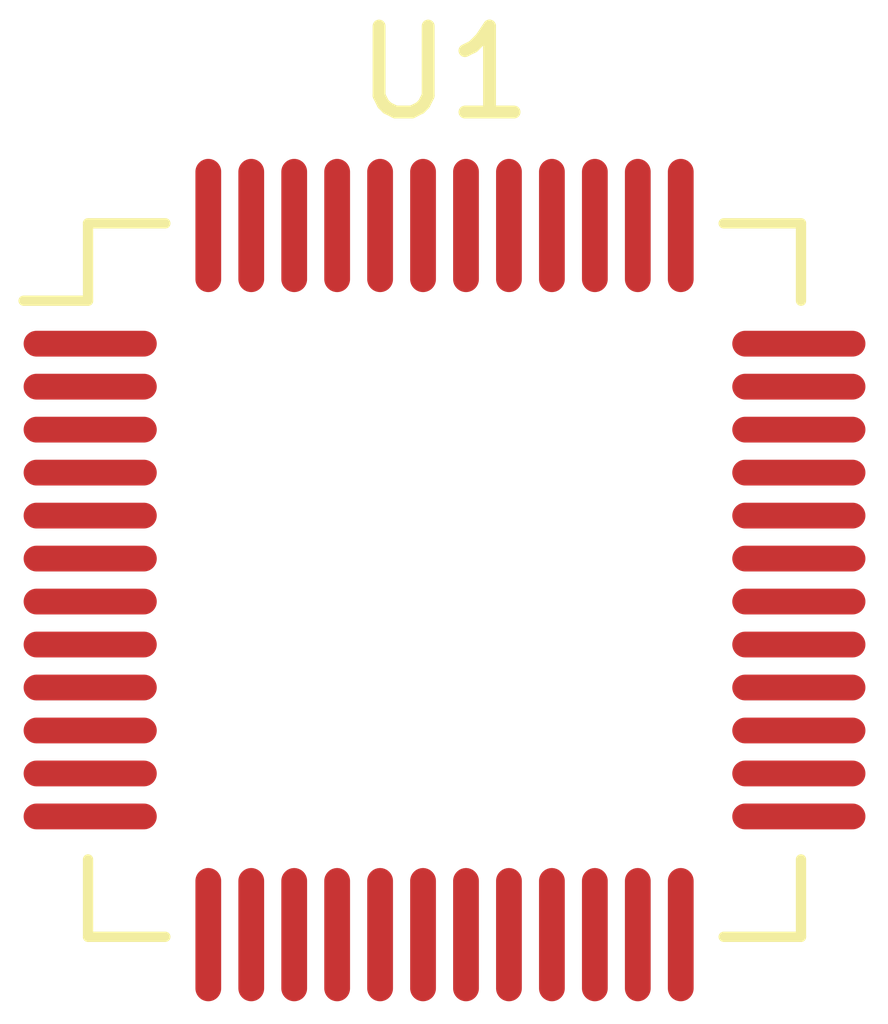
<source format=kicad_pcb>
(kicad_pcb (version 20241229) (generator "pcbnew") (generator_version "9.0")
  (layers (0 "F.Cu" signal) (2 "B.Cu" signal) (13 "F.Paste" user) (15 "B.Paste" user) (5 "F.SilkS" user "F.Silkscreen") (7 "B.SilkS" user "B.Silkscreen") (1 "F.Mask" user) (3 "B.Mask" user) (25 "Edge.Cuts" user))
  (net 0 "")
  (net 6 "VSS")
  (net 23 "VDD")
  (footprint "N32:QFP-48_8x8_Pitch0.5mm" (layer "F.Cu") (at 99.59 54.16)
    (property "Reference" "U1" (at 0 -5.9 0) (layer "F.SilkS"))
    (property "Value" "~" (hide yes))
    (fp_line (start -4.15 -4.15) (end -4.15 -3.25) (stroke (width 0.12)) (layer "F.SilkS"))
    (fp_line (start -4.15 -3.25) (end -4.9 -3.25) (stroke (width 0.12)) (layer "F.SilkS"))
    (fp_line (start -4.15 4.15) (end -4.15 3.25) (stroke (width 0.12)) (layer "F.SilkS"))
    (fp_line (start -3.25 -4.15) (end -4.15 -4.15) (stroke (width 0.12)) (layer "F.SilkS"))
    (fp_line (start -3.25 4.15) (end -4.15 4.15) (stroke (width 0.12)) (layer "F.SilkS"))
    (fp_line (start 3.25 -4.15) (end 4.15 -4.15) (stroke (width 0.12)) (layer "F.SilkS"))
    (fp_line (start 3.25 4.15) (end 4.15 4.15) (stroke (width 0.12)) (layer "F.SilkS"))
    (fp_line (start 4.15 -4.15) (end 4.15 -3.25) (stroke (width 0.12)) (layer "F.SilkS"))
    (fp_line (start 4.15 4.15) (end 4.15 3.25) (stroke (width 0.12)) (layer "F.SilkS"))
    (pad "1" smd oval (at -4.125 -2.75 90) (size 0.3 1.55) (layers "F.Cu" "F.Mask" "F.Paste"))
    (pad "2" smd oval (at -4.125 -2.25 90) (size 0.3 1.55) (layers "F.Cu" "F.Mask" "F.Paste"))
    (pad "3" smd oval (at -4.125 -1.75 90) (size 0.3 1.55) (layers "F.Cu" "F.Mask" "F.Paste"))
    (pad "4" smd oval (at -4.125 -1.25 90) (size 0.3 1.55) (layers "F.Cu" "F.Mask" "F.Paste"))
    (pad "5" smd oval (at -4.125 -0.75 90) (size 0.3 1.55) (layers "F.Cu" "F.Mask" "F.Paste"))
    (pad "6" smd oval (at -4.125 -0.25 90) (size 0.3 1.55) (layers "F.Cu" "F.Mask" "F.Paste"))
    (pad "7" smd oval (at -4.125 0.25 90) (size 0.3 1.55) (layers "F.Cu" "F.Mask" "F.Paste"))
    (pad "8" smd oval (at -4.125 0.75 90) (size 0.3 1.55) (layers "F.Cu" "F.Mask" "F.Paste"))
    (pad "9" smd oval (at -4.125 1.25 90) (size 0.3 1.55) (layers "F.Cu" "F.Mask" "F.Paste"))
    (pad "10" smd oval (at -4.125 1.75 90) (size 0.3 1.55) (layers "F.Cu" "F.Mask" "F.Paste"))
    (pad "11" smd oval (at -4.125 2.25 90) (size 0.3 1.55) (layers "F.Cu" "F.Mask" "F.Paste"))
    (pad "12" smd oval (at -4.125 2.75 90) (size 0.3 1.55) (layers "F.Cu" "F.Mask" "F.Paste"))
    (pad "13" smd oval (at -2.75 4.125) (size 0.3 1.55) (layers "F.Cu" "F.Mask" "F.Paste"))
    (pad "14" smd oval (at -2.25 4.125) (size 0.3 1.55) (layers "F.Cu" "F.Mask" "F.Paste"))
    (pad "15" smd oval (at -1.75 4.125) (size 0.3 1.55) (layers "F.Cu" "F.Mask" "F.Paste"))
    (pad "16" smd oval (at -1.25 4.125) (size 0.3 1.55) (layers "F.Cu" "F.Mask" "F.Paste"))
    (pad "17" smd oval (at -0.75 4.125) (size 0.3 1.55) (layers "F.Cu" "F.Mask" "F.Paste"))
    (pad "18" smd oval (at -0.25 4.125) (size 0.3 1.55) (layers "F.Cu" "F.Mask" "F.Paste"))
    (pad "19" smd oval (at 0.25 4.125) (size 0.3 1.55) (layers "F.Cu" "F.Mask" "F.Paste"))
    (pad "20" smd oval (at 0.75 4.125) (size 0.3 1.55) (layers "F.Cu" "F.Mask" "F.Paste"))
    (pad "21" smd oval (at 1.25 4.125) (size 0.3 1.55) (layers "F.Cu" "F.Mask" "F.Paste"))
    (pad "22" smd oval (at 1.75 4.125) (size 0.3 1.55) (layers "F.Cu" "F.Mask" "F.Paste"))
    (pad "23" smd oval (at 2.25 4.125) (size 0.3 1.55) (layers "F.Cu" "F.Mask" "F.Paste") (net 6 "VSS"))
    (pad "24" smd oval (at 2.75 4.125) (size 0.3 1.55) (layers "F.Cu" "F.Mask" "F.Paste") (net 23 "VDD"))
    (pad "25" smd oval (at 4.125 2.75 90) (size 0.3 1.55) (layers "F.Cu" "F.Mask" "F.Paste"))
    (pad "26" smd oval (at 4.125 2.25 90) (size 0.3 1.55) (layers "F.Cu" "F.Mask" "F.Paste"))
    (pad "27" smd oval (at 4.125 1.75 90) (size 0.3 1.55) (layers "F.Cu" "F.Mask" "F.Paste"))
    (pad "28" smd oval (at 4.125 1.25 90) (size 0.3 1.55) (layers "F.Cu" "F.Mask" "F.Paste"))
    (pad "29" smd oval (at 4.125 0.75 90) (size 0.3 1.55) (layers "F.Cu" "F.Mask" "F.Paste"))
    (pad "30" smd oval (at 4.125 0.25 90) (size 0.3 1.55) (layers "F.Cu" "F.Mask" "F.Paste"))
    (pad "31" smd oval (at 4.125 -0.25 90) (size 0.3 1.55) (layers "F.Cu" "F.Mask" "F.Paste"))
    (pad "32" smd oval (at 4.125 -0.75 90) (size 0.3 1.55) (layers "F.Cu" "F.Mask" "F.Paste"))
    (pad "33" smd oval (at 4.125 -1.25 90) (size 0.3 1.55) (layers "F.Cu" "F.Mask" "F.Paste"))
    (pad "34" smd oval (at 4.125 -1.75 90) (size 0.3 1.55) (layers "F.Cu" "F.Mask" "F.Paste"))
    (pad "35" smd oval (at 4.125 -2.25 90) (size 0.3 1.55) (layers "F.Cu" "F.Mask" "F.Paste"))
    (pad "36" smd oval (at 4.125 -2.75 90) (size 0.3 1.55) (layers "F.Cu" "F.Mask" "F.Paste"))
    (pad "37" smd oval (at 2.75 -4.125) (size 0.3 1.55) (layers "F.Cu" "F.Mask" "F.Paste"))
    (pad "38" smd oval (at 2.25 -4.125) (size 0.3 1.55) (layers "F.Cu" "F.Mask" "F.Paste"))
    (pad "39" smd oval (at 1.75 -4.125) (size 0.3 1.55) (layers "F.Cu" "F.Mask" "F.Paste"))
    (pad "40" smd oval (at 1.25 -4.125) (size 0.3 1.55) (layers "F.Cu" "F.Mask" "F.Paste"))
    (pad "41" smd oval (at 0.75 -4.125) (size 0.3 1.55) (layers "F.Cu" "F.Mask" "F.Paste"))
    (pad "42" smd oval (at 0.25 -4.125) (size 0.3 1.55) (layers "F.Cu" "F.Mask" "F.Paste"))
    (pad "43" smd oval (at -0.25 -4.125) (size 0.3 1.55) (layers "F.Cu" "F.Mask" "F.Paste"))
    (pad "44" smd oval (at -0.75 -4.125) (size 0.3 1.55) (layers "F.Cu" "F.Mask" "F.Paste"))
    (pad "45" smd oval (at -1.25 -4.125) (size 0.3 1.55) (layers "F.Cu" "F.Mask" "F.Paste"))
    (pad "46" smd oval (at -1.75 -4.125) (size 0.3 1.55) (layers "F.Cu" "F.Mask" "F.Paste"))
    (pad "47" smd oval (at -2.25 -4.125) (size 0.3 1.55) (layers "F.Cu" "F.Mask" "F.Paste") (net 6 "VSS"))
    (pad "48" smd oval (at -2.75 -4.125) (size 0.3 1.55) (layers "F.Cu" "F.Mask" "F.Paste") (net 23 "VDD"))
  )
)
</source>
